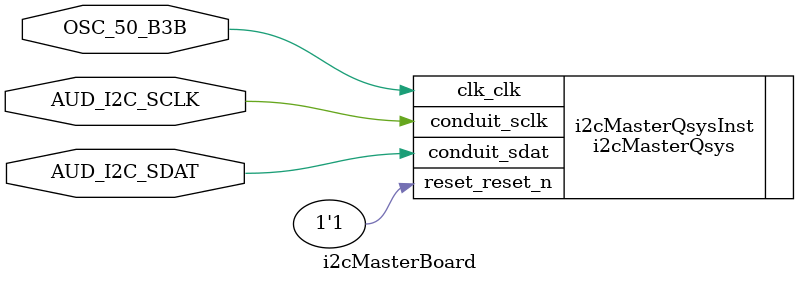
<source format=sv>
module i2cMasterBoard (
		input  wire  OSC_50_B3B,
      inout  wire  AUD_I2C_SCLK,
      inout  wire  AUD_I2C_SDAT );

	i2cMasterQsys i2cMasterQsysInst
      ( .clk_clk       ( OSC_50_B3B   ),
        .reset_reset_n ( 1'b1         ),
        .conduit_sclk  ( AUD_I2C_SCLK ), 
        .conduit_sdat  ( AUD_I2C_SDAT ) );

endmodule

</source>
